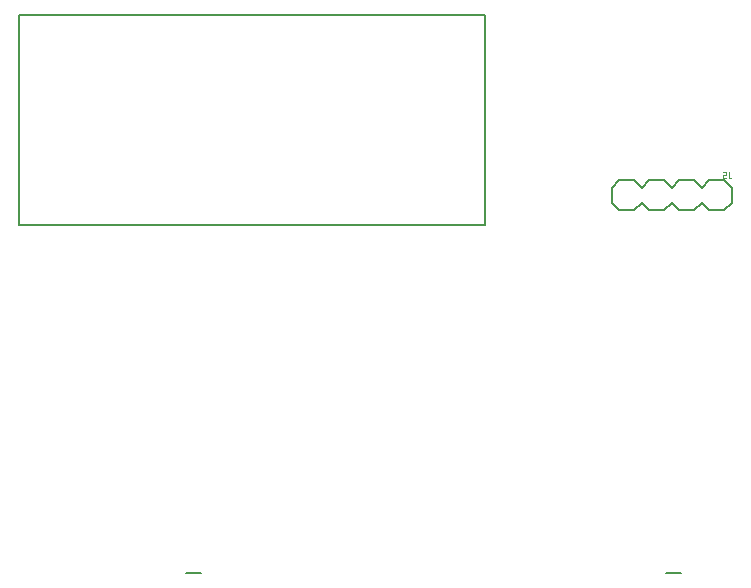
<source format=gbr>
G04 EAGLE Gerber RS-274X export*
G75*
%MOMM*%
%FSLAX34Y34*%
%LPD*%
%INSilkscreen Bottom*%
%IPPOS*%
%AMOC8*
5,1,8,0,0,1.08239X$1,22.5*%
G01*
%ADD10C,0.203200*%
%ADD11C,0.101600*%
%ADD12C,0.127000*%


D10*
X874268Y99060D02*
X861568Y99060D01*
X834898Y431292D02*
X822198Y431292D01*
X815848Y424942D01*
X815848Y412242D02*
X822198Y405892D01*
X860298Y431292D02*
X866648Y424942D01*
X860298Y431292D02*
X847598Y431292D01*
X841248Y424942D01*
X841248Y412242D02*
X847598Y405892D01*
X860298Y405892D01*
X866648Y412242D01*
X841248Y424942D02*
X834898Y431292D01*
X841248Y412242D02*
X834898Y405892D01*
X822198Y405892D01*
X898398Y431292D02*
X911098Y431292D01*
X898398Y431292D02*
X892048Y424942D01*
X892048Y412242D02*
X898398Y405892D01*
X892048Y424942D02*
X885698Y431292D01*
X872998Y431292D01*
X866648Y424942D01*
X866648Y412242D02*
X872998Y405892D01*
X885698Y405892D01*
X892048Y412242D01*
X917448Y412242D02*
X917448Y424942D01*
X911098Y431292D01*
X917448Y412242D02*
X911098Y405892D01*
X898398Y405892D01*
X815848Y412242D02*
X815848Y424942D01*
D11*
X915247Y434199D02*
X915247Y438150D01*
X915247Y434199D02*
X915249Y434133D01*
X915255Y434068D01*
X915264Y434003D01*
X915277Y433939D01*
X915294Y433875D01*
X915315Y433813D01*
X915339Y433752D01*
X915367Y433692D01*
X915398Y433635D01*
X915433Y433579D01*
X915470Y433525D01*
X915511Y433473D01*
X915555Y433424D01*
X915601Y433378D01*
X915650Y433334D01*
X915702Y433293D01*
X915756Y433256D01*
X915812Y433221D01*
X915869Y433190D01*
X915929Y433162D01*
X915990Y433138D01*
X916052Y433117D01*
X916116Y433100D01*
X916180Y433087D01*
X916245Y433078D01*
X916310Y433072D01*
X916376Y433070D01*
X916940Y433070D01*
X912434Y433070D02*
X910741Y433070D01*
X910675Y433072D01*
X910610Y433078D01*
X910545Y433087D01*
X910481Y433100D01*
X910417Y433117D01*
X910355Y433138D01*
X910294Y433162D01*
X910234Y433190D01*
X910177Y433221D01*
X910121Y433256D01*
X910067Y433293D01*
X910015Y433334D01*
X909966Y433378D01*
X909920Y433424D01*
X909876Y433473D01*
X909835Y433525D01*
X909798Y433579D01*
X909763Y433634D01*
X909732Y433692D01*
X909704Y433752D01*
X909680Y433813D01*
X909659Y433875D01*
X909642Y433939D01*
X909629Y434003D01*
X909620Y434068D01*
X909614Y434133D01*
X909612Y434199D01*
X909612Y434763D01*
X909614Y434829D01*
X909620Y434894D01*
X909629Y434959D01*
X909642Y435023D01*
X909659Y435087D01*
X909680Y435149D01*
X909704Y435210D01*
X909732Y435270D01*
X909763Y435328D01*
X909798Y435383D01*
X909835Y435437D01*
X909876Y435489D01*
X909920Y435538D01*
X909966Y435584D01*
X910015Y435628D01*
X910067Y435669D01*
X910121Y435706D01*
X910177Y435741D01*
X910234Y435772D01*
X910294Y435800D01*
X910355Y435824D01*
X910417Y435845D01*
X910481Y435862D01*
X910545Y435875D01*
X910610Y435884D01*
X910675Y435890D01*
X910741Y435892D01*
X912434Y435892D01*
X912434Y438150D01*
X909612Y438150D01*
D10*
X467868Y99060D02*
X455168Y99060D01*
D12*
X708536Y393717D02*
X708536Y571517D01*
X708536Y393717D02*
X313536Y393717D01*
X313536Y571517D02*
X708536Y571517D01*
X313536Y571517D02*
X313536Y393717D01*
M02*

</source>
